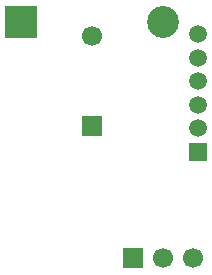
<source format=gbs>
G04 Layer_Color=16711935*
%FSTAX42Y42*%
%MOMM*%
G71*
G01*
G75*
%ADD39C,1.50*%
%ADD40R,1.50X1.50*%
%ADD41C,1.70*%
%ADD42R,1.70X1.70*%
%ADD43R,1.70X1.70*%
%ADD44R,2.70X2.70*%
%ADD45C,2.70*%
D39*
X026028Y043544D02*
D03*
Y043344D02*
D03*
Y043144D02*
D03*
Y042744D02*
D03*
Y042944D02*
D03*
D40*
Y042544D02*
D03*
D41*
X025128Y043525D02*
D03*
X025728Y041644D02*
D03*
X025982D02*
D03*
D42*
X025128Y042763D02*
D03*
D43*
X025474Y041644D02*
D03*
D44*
X024528Y043644D02*
D03*
D45*
X025728D02*
D03*
M02*

</source>
